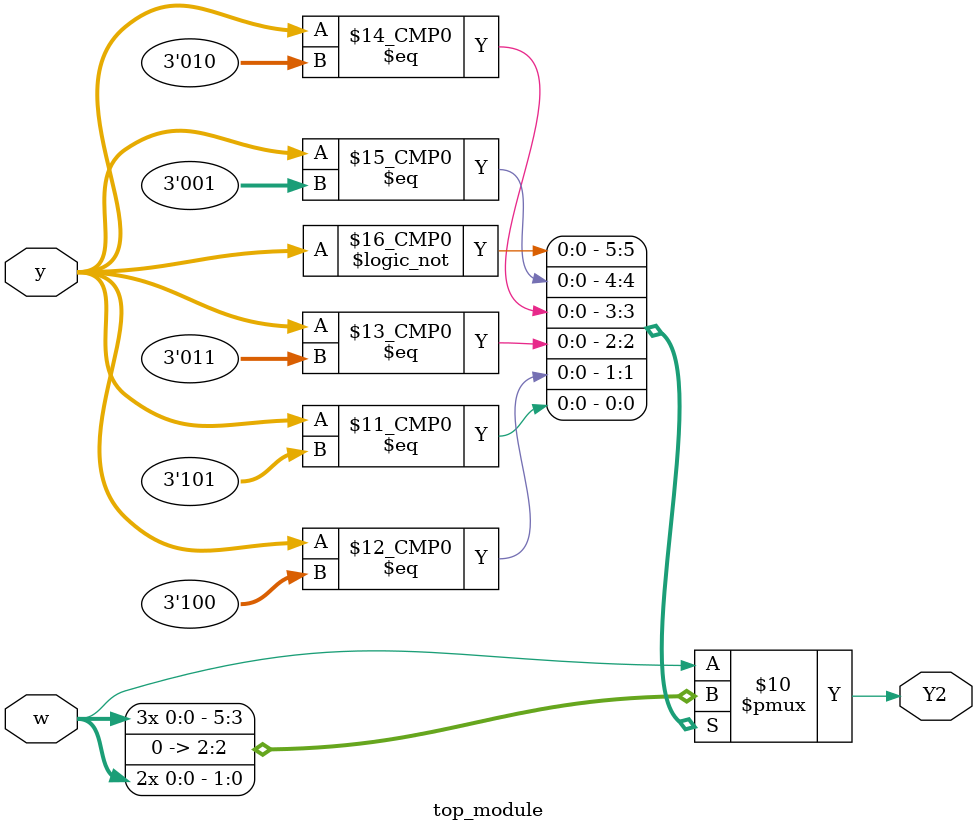
<source format=sv>
module top_module(
	input [3:1] y,
	input w,
	output reg Y2);

	always @(*) begin
		case (y)
			3'b000: Y2 = (w & 1'b1); // A -> B
			3'b001: Y2 = (w & 1'b1); // B -> C
			3'b010: Y2 = (w & 1'b1); // C -> E
			3'b011: Y2 = (w & 1'b0); // D -> F
			3'b100: Y2 = (w & 1'b1); // E -> E
			3'b101: Y2 = (w & 1'b1); // F -> C
			default: Y2 = (w & 1'b1); // Default
		endcase
	end

endmodule

</source>
